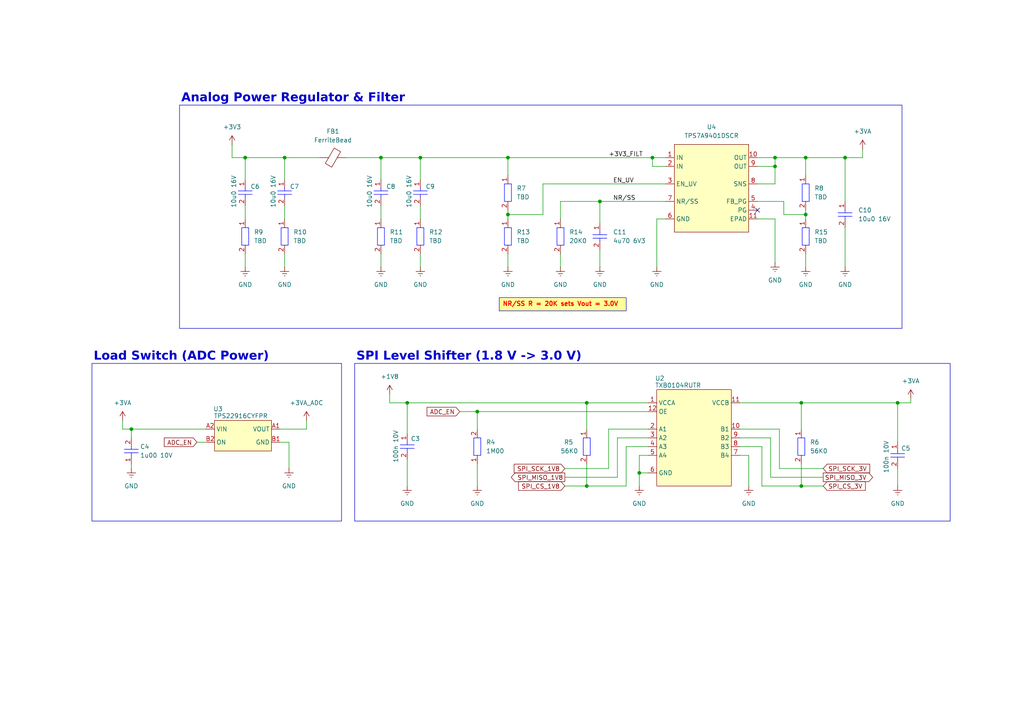
<source format=kicad_sch>
(kicad_sch (version 20231120) (generator "eeschema") (generator_version "8.0")
  (paper "A4")
  (lib_symbols
    (symbol "Device:FerriteBead" (pin_numbers hide) (pin_names (offset 0))
      (property "Reference" "FB" (at -3.81 0.635 90))
      (property "Value" "FerriteBead" (at 3.81 0 90))
      (symbol "FerriteBead_0_1"
        (polyline (pts (xy 0 -1.27) (xy 0 -1.2192)))
        (polyline (pts (xy 0 1.27) (xy 0 1.2954)))
        (polyline (pts (xy -2.7686 0.4064) (xy -1.7018 2.2606) (xy 2.7686 -0.3048) (xy 1.6764 -2.159) (xy -2.7686 0.4064)))
      )
      (symbol "FerriteBead_1_1"
        (pin passive line (at 0 3.81 270) (length 2.54) (name "~") (number "1"))
        (pin passive line (at 0 -3.81 90) (length 2.54) (name "~") (number "2"))
      )
    )
    (symbol "X-MODs_SchLib:C0402C105K8PACTU"
      (property "Reference" "C" (at -4.064 5.588 0))
      (property "Value" "1u00 10V" (at -4.064 3.302 0))
      (symbol "C0402C105K8PACTU_1_1"
        (polyline (pts (xy -1.27 0) (xy -0.508 0)) (stroke (width 0) (color 0 0 255 1)))
        (polyline (pts (xy -0.508 2.032) (xy -0.508 -2.032)) (stroke (width 0) (color 0 0 255 1)))
        (polyline (pts (xy 0.508 2.032) (xy 0.508 -2.032)) (stroke (width 0) (color 0 0 255 1)))
        (polyline (pts (xy 1.27 0) (xy 0.508 0)) (stroke (width 0) (color 0 0 255 1)))
        (pin passive line (at -3.81 0 0) (length 2.54) (name "") (number "1"))
        (pin passive line (at 3.81 0 180) (length 2.54) (name "") (number "2"))
      )
    )
    (symbol "X-MODs_SchLib:CRCW040220K0FKED"
      (property "Reference" "R" (at -4.064 5.588 0))
      (property "Value" "20K0" (at -4.064 3.302 0))
      (symbol "CRCW040220K0FKED_0_1"
        (rectangle (start -2.54 1.016) (end 2.54 -1.016) (stroke (width 0) (color 0 0 255 1)))
      )
      (symbol "CRCW040220K0FKED_1_1"
        (pin passive line (at -5.08 0 0) (length 2.54) (name "") (number "1"))
        (pin passive line (at 5.08 0 180) (length 2.54) (name "") (number "2"))
      )
    )
    (symbol "X-MODs_SchLib:ERJ-2GEJ563X"
      (property "Reference" "R" (at -4.064 5.588 0))
      (property "Value" "56K0" (at -4.064 3.302 0))
      (symbol "ERJ-2GEJ563X_0_1"
        (rectangle (start -2.54 1.016) (end 2.54 -1.016) (stroke (width 0) (color 0 0 255 1)))
      )
      (symbol "ERJ-2GEJ563X_1_1"
        (pin passive line (at -5.08 0 0) (length 2.54) (name "") (number "1"))
        (pin passive line (at 5.08 0 180) (length 2.54) (name "") (number "2"))
      )
    )
    (symbol "X-MODs_SchLib:GRM155R60G106ME01D"
      (property "Reference" "C" (at -4.064 5.588 0))
      (property "Value" "10u0 16V" (at -4.064 3.302 0))
      (symbol "GRM155R60G106ME01D_1_1"
        (polyline (pts (xy -1.27 0) (xy -0.508 0)) (stroke (width 0) (color 0 0 255 1)))
        (polyline (pts (xy -0.508 2.032) (xy -0.508 -2.032)) (stroke (width 0) (color 0 0 255 1)))
        (polyline (pts (xy 0.508 2.032) (xy 0.508 -2.032)) (stroke (width 0) (color 0 0 255 1)))
        (polyline (pts (xy 1.27 0) (xy 0.508 0)) (stroke (width 0) (color 0 0 255 1)))
        (pin passive line (at -3.81 0 0) (length 2.54) (name "") (number "1"))
        (pin passive line (at 3.81 0 180) (length 2.54) (name "") (number "2"))
      )
    )
    (symbol "X-MODs_SchLib:GRM155R71A104JA01D"
      (property "Reference" "C" (at -4.826 5.588 0))
      (property "Value" "100n 10V" (at -4.826 3.302 0))
      (symbol "GRM155R71A104JA01D_1_1"
        (polyline (pts (xy -1.27 0) (xy -0.508 0)) (stroke (width 0) (color 0 0 255 1)))
        (polyline (pts (xy -0.508 2.032) (xy -0.508 -2.032)) (stroke (width 0) (color 0 0 255 1)))
        (polyline (pts (xy 0.508 2.032) (xy 0.508 -2.032)) (stroke (width 0) (color 0 0 255 1)))
        (polyline (pts (xy 1.27 0) (xy 0.508 0)) (stroke (width 0) (color 0 0 255 1)))
        (pin passive line (at -3.81 0 0) (length 2.54) (name "") (number "1"))
        (pin passive line (at 3.81 0 180) (length 2.54) (name "") (number "2"))
      )
    )
    (symbol "X-MODs_SchLib:MSASJ105BB5475MFNA01"
      (property "Reference" "C" (at -4.064 5.588 0))
      (property "Value" "4u70 6V3" (at -4.064 3.302 0))
      (symbol "MSASJ105BB5475MFNA01_1_1"
        (polyline (pts (xy -1.27 0) (xy -0.508 0)) (stroke (width 0) (color 0 0 255 1)))
        (polyline (pts (xy -0.508 2.032) (xy -0.508 -2.032)) (stroke (width 0) (color 0 0 255 1)))
        (polyline (pts (xy 0.508 2.032) (xy 0.508 -2.032)) (stroke (width 0) (color 0 0 255 1)))
        (polyline (pts (xy 1.27 0) (xy 0.508 0)) (stroke (width 0) (color 0 0 255 1)))
        (pin passive line (at -3.81 0 0) (length 2.54) (name "") (number "1"))
        (pin passive line (at 3.81 0 180) (length 2.54) (name "") (number "2"))
      )
    )
    (symbol "X-MODs_SchLib:R"
      (property "Reference" "R" (at -4.064 5.588 0))
      (property "Value" "TBD" (at -4.064 3.302 0))
      (symbol "R_0_1"
        (rectangle (start -2.54 1.016) (end 2.54 -1.016) (stroke (width 0) (color 0 0 255 1)))
      )
      (symbol "R_1_1"
        (pin passive line (at -5.08 0 0) (length 2.54) (name "") (number "1"))
        (pin passive line (at 5.08 0 180) (length 2.54) (name "") (number "2"))
      )
    )
    (symbol "X-MODs_SchLib:RK73H1ERTTP1004F"
      (property "Reference" "R" (at -4.064 5.588 0))
      (property "Value" "1M00" (at -4.064 3.302 0))
      (symbol "RK73H1ERTTP1004F_0_1"
        (rectangle (start -2.54 1.016) (end 2.54 -1.016) (stroke (width 0) (color 0 0 255 1)))
      )
      (symbol "RK73H1ERTTP1004F_1_1"
        (pin passive line (at -5.08 0 0) (length 2.54) (name "") (number "1"))
        (pin passive line (at 5.08 0 180) (length 2.54) (name "") (number "2"))
      )
    )
    (symbol "X-MODs_SchLib:TPS22916CYFPR"
      (property "Reference" "U" (at -0.254 2.794 0))
      (property "Value" "TPS22916CYFPR" (at -0.254 1.016 0))
      (symbol "TPS22916CYFPR_0_1"
        (rectangle (start 0 0) (end 16.51 -8.89) (stroke (width 0) (color 128 0 0 1)) (fill (type background)))
      )
      (symbol "TPS22916CYFPR_1_1"
        (pin passive line (at 19.05 -2.54 180) (length 2.54) (name "VOUT") (number "A1"))
        (pin passive line (at -2.54 -2.54 0) (length 2.54) (name "VIN") (number "A2"))
        (pin passive line (at 19.05 -6.35 180) (length 2.54) (name "GND") (number "B1"))
        (pin passive line (at -2.54 -6.35 0) (length 2.54) (name "ON") (number "B2"))
      )
    )
    (symbol "X-MODs_SchLib:TPS7A9401DSCR "
      (property "Reference" "U" (at -0.254 2.794 0))
      (property "Value" "TPS7A9401DSCR " (at -0.254 1.016 0))
      (symbol "TPS7A9401DSCR _0_1"
        (rectangle (start 0 0) (end 21.59 -25.4) (stroke (width 0) (color 128 0 0 1)) (fill (type background)))
      )
      (symbol "TPS7A9401DSCR _1_1"
        (pin passive line (at -2.54 -3.81 0) (length 2.54) (name "IN") (number "1"))
        (pin passive line (at 24.13 -3.81 180) (length 2.54) (name "OUT") (number "10"))
        (pin passive line (at 24.13 -21.59 180) (length 2.54) (name "EPAD") (number "11"))
        (pin passive line (at -2.54 -6.35 0) (length 2.54) (name "IN") (number "2"))
        (pin passive line (at -2.54 -11.43 0) (length 2.54) (name "EN_UV") (number "3"))
        (pin passive line (at 24.13 -19.05 180) (length 2.54) (name "PG") (number "4"))
        (pin passive line (at 24.13 -16.51 180) (length 2.54) (name "FB_PG") (number "5"))
        (pin passive line (at -2.54 -21.59 0) (length 2.54) (name "GND") (number "6"))
        (pin passive line (at -2.54 -16.51 0) (length 2.54) (name "NR/SS") (number "7"))
        (pin passive line (at 24.13 -11.43 180) (length 2.54) (name "SNS") (number "8"))
        (pin passive line (at 24.13 -6.35 180) (length 2.54) (name "OUT") (number "9"))
      )
    )
    (symbol "X-MODs_SchLib:TXB0104RUTR"
      (property "Reference" "U" (at -0.254 2.794 0))
      (property "Value" "TXB0104RUTR" (at -0.254 1.016 0))
      (symbol "TXB0104RUTR_0_1"
        (rectangle (start 0 0) (end 21.59 -27.94) (stroke (width 0) (color 128 0 0 1)) (fill (type background)))
      )
      (symbol "TXB0104RUTR_1_1"
        (pin passive line (at -2.54 -3.81 0) (length 2.54) (name "VCCA") (number "1"))
        (pin passive line (at 24.13 -11.43 180) (length 2.54) (name "B1") (number "10"))
        (pin passive line (at 24.13 -3.81 180) (length 2.54) (name "VCCB") (number "11"))
        (pin passive line (at -2.54 -6.35 0) (length 2.54) (name "OE") (number "12"))
        (pin passive line (at -2.54 -11.43 0) (length 2.54) (name "A1") (number "2"))
        (pin passive line (at -2.54 -13.97 0) (length 2.54) (name "A2") (number "3"))
        (pin passive line (at -2.54 -16.51 0) (length 2.54) (name "A3") (number "4"))
        (pin passive line (at -2.54 -19.05 0) (length 2.54) (name "A4") (number "5"))
        (pin passive line (at -2.54 -24.13 0) (length 2.54) (name "GND") (number "6"))
        (pin passive line (at 24.13 -19.05 180) (length 2.54) (name "B4") (number "7"))
        (pin passive line (at 24.13 -16.51 180) (length 2.54) (name "B3") (number "8"))
        (pin passive line (at 24.13 -13.97 180) (length 2.54) (name "B2") (number "9"))
      )
    )
    (symbol "power:+3.3VA" (power) (pin_numbers hide) (pin_names (offset 0) hide)
      (property "Value" "+3.3VA" (at 0 3.556 0))
      (symbol "+3.3VA_0_1"
        (polyline (pts (xy -0.762 1.27) (xy 0 2.54)))
        (polyline (pts (xy 0 0) (xy 0 2.54)))
        (polyline (pts (xy 0 2.54) (xy 0.762 1.27)))
      )
      (symbol "+3.3VA_1_1"
        (pin power_in line (at 0 0 90) (length 0) (name "~") (number "1"))
      )
    )
    (symbol "power:Earth" (power) (pin_numbers hide) (pin_names (offset 0) hide)
      (property "Value" "Earth" (at 0 -3.81 0))
      (symbol "Earth_0_1"
        (polyline (pts (xy -0.635 -1.905) (xy 0.635 -1.905)))
        (polyline (pts (xy -0.127 -2.54) (xy 0.127 -2.54)))
        (polyline (pts (xy 0 -1.27) (xy 0 0)))
        (polyline (pts (xy 1.27 -1.27) (xy -1.27 -1.27)))
      )
      (symbol "Earth_1_1"
        (pin power_in line (at 0 0 270) (length 0) (name "~") (number "1"))
      )
    )
  )
  (junction (at 38.1 124.46))
  (junction (at 260.35 116.84))
  (junction (at 121.92 45.72))
  (junction (at 173.99 58.42))
  (junction (at 170.18 116.84))
  (junction (at 110.49 45.72))
  (junction (at 82.55 45.72))
  (junction (at 147.32 62.23))
  (junction (at 233.68 45.72))
  (junction (at 170.18 140.97))
  (junction (at 185.42 137.16))
  (junction (at 224.79 48.26))
  (junction (at 245.11 45.72))
  (junction (at 224.79 45.72))
  (junction (at 147.32 45.72))
  (junction (at 232.41 140.97))
  (junction (at 118.11 116.84))
  (junction (at 138.43 119.38))
  (junction (at 71.12 45.72))
  (junction (at 233.68 62.23))
  (junction (at 189.23 45.72))
  (junction (at 232.41 116.84))
  (no_connect (at 219.71 60.96))
  (wire (pts (xy 214.63 132.08) (xy 217.17 132.08)))
  (wire (pts (xy 219.71 45.72) (xy 224.79 45.72)))
  (wire (pts (xy 226.06 124.46) (xy 214.63 124.46)))
  (wire (pts (xy 193.04 48.26) (xy 189.23 48.26)))
  (wire (pts (xy 38.1 124.46) (xy 38.1 127)))
  (wire (pts (xy 67.31 41.91) (xy 67.31 45.72)))
  (wire (pts (xy 190.5 63.5) (xy 193.04 63.5)))
  (wire (pts (xy 220.98 129.54) (xy 214.63 129.54)))
  (wire (pts (xy 83.82 135.89) (xy 83.82 128.27)))
  (wire (pts (xy 219.71 63.5) (xy 224.79 63.5)))
  (wire (pts (xy 227.33 58.42) (xy 227.33 62.23)))
  (wire (pts (xy 226.06 135.89) (xy 226.06 124.46)))
  (wire (pts (xy 162.56 63.5) (xy 162.56 58.42)))
  (wire (pts (xy 219.71 53.34) (xy 224.79 53.34)))
  (wire (pts (xy 185.42 137.16) (xy 185.42 132.08)))
  (wire (pts (xy 189.23 48.26) (xy 189.23 45.72)))
  (wire (pts (xy 170.18 140.97) (xy 181.61 140.97)))
  (wire (pts (xy 219.71 58.42) (xy 227.33 58.42)))
  (wire (pts (xy 224.79 53.34) (xy 224.79 48.26)))
  (wire (pts (xy 233.68 45.72) (xy 245.11 45.72)))
  (wire (pts (xy 71.12 73.66) (xy 71.12 77.47)))
  (wire (pts (xy 35.56 121.92) (xy 35.56 124.46)))
  (wire (pts (xy 162.56 73.66) (xy 162.56 77.47)))
  (wire (pts (xy 176.53 135.89) (xy 176.53 124.46)))
  (wire (pts (xy 82.55 73.66) (xy 82.55 77.47)))
  (wire (pts (xy 223.52 127) (xy 214.63 127)))
  (wire (pts (xy 226.06 135.89) (xy 238.76 135.89)))
  (wire (pts (xy 157.48 53.34) (xy 193.04 53.34)))
  (wire (pts (xy 157.48 62.23) (xy 147.32 62.23)))
  (wire (pts (xy 227.33 62.23) (xy 233.68 62.23)))
  (wire (pts (xy 88.9 121.92) (xy 88.9 124.46)))
  (wire (pts (xy 121.92 73.66) (xy 121.92 77.47)))
  (wire (pts (xy 176.53 124.46) (xy 187.96 124.46)))
  (wire (pts (xy 214.63 116.84) (xy 232.41 116.84)))
  (wire (pts (xy 181.61 129.54) (xy 187.96 129.54)))
  (wire (pts (xy 173.99 72.39) (xy 173.99 77.47)))
  (wire (pts (xy 224.79 45.72) (xy 233.68 45.72)))
  (wire (pts (xy 260.35 135.89) (xy 260.35 140.97)))
  (wire (pts (xy 163.83 138.43) (xy 179.07 138.43)))
  (wire (pts (xy 224.79 45.72) (xy 224.79 48.26)))
  (wire (pts (xy 147.32 45.72) (xy 189.23 45.72)))
  (wire (pts (xy 233.68 50.8) (xy 233.68 45.72)))
  (wire (pts (xy 250.19 43.18) (xy 250.19 45.72)))
  (wire (pts (xy 110.49 45.72) (xy 121.92 45.72)))
  (wire (pts (xy 147.32 62.23) (xy 147.32 63.5)))
  (wire (pts (xy 260.35 116.84) (xy 260.35 128.27)))
  (wire (pts (xy 147.32 50.8) (xy 147.32 45.72)))
  (wire (pts (xy 113.03 116.84) (xy 118.11 116.84)))
  (wire (pts (xy 121.92 45.72) (xy 121.92 52.07)))
  (wire (pts (xy 147.32 73.66) (xy 147.32 77.47)))
  (wire (pts (xy 147.32 60.96) (xy 147.32 62.23)))
  (wire (pts (xy 118.11 133.35) (xy 118.11 140.97)))
  (wire (pts (xy 121.92 59.69) (xy 121.92 63.5)))
  (wire (pts (xy 57.15 128.27) (xy 59.69 128.27)))
  (wire (pts (xy 185.42 137.16) (xy 185.42 140.97)))
  (wire (pts (xy 82.55 59.69) (xy 82.55 63.5)))
  (wire (pts (xy 170.18 134.62) (xy 170.18 140.97)))
  (wire (pts (xy 224.79 63.5) (xy 224.79 76.2)))
  (wire (pts (xy 118.11 116.84) (xy 118.11 125.73)))
  (wire (pts (xy 138.43 134.62) (xy 138.43 140.97)))
  (wire (pts (xy 223.52 138.43) (xy 223.52 127)))
  (wire (pts (xy 110.49 59.69) (xy 110.49 63.5)))
  (wire (pts (xy 245.11 77.47) (xy 245.11 66.04)))
  (wire (pts (xy 232.41 116.84) (xy 232.41 124.46)))
  (wire (pts (xy 220.98 140.97) (xy 232.41 140.97)))
  (wire (pts (xy 193.04 45.72) (xy 189.23 45.72)))
  (wire (pts (xy 260.35 116.84) (xy 264.16 116.84)))
  (wire (pts (xy 82.55 45.72) (xy 92.71 45.72)))
  (wire (pts (xy 121.92 45.72) (xy 147.32 45.72)))
  (wire (pts (xy 233.68 62.23) (xy 233.68 63.5)))
  (wire (pts (xy 224.79 48.26) (xy 219.71 48.26)))
  (wire (pts (xy 82.55 45.72) (xy 71.12 45.72)))
  (wire (pts (xy 185.42 137.16) (xy 187.96 137.16)))
  (wire (pts (xy 250.19 45.72) (xy 245.11 45.72)))
  (wire (pts (xy 233.68 60.96) (xy 233.68 62.23)))
  (wire (pts (xy 232.41 140.97) (xy 238.76 140.97)))
  (wire (pts (xy 71.12 45.72) (xy 71.12 52.07)))
  (wire (pts (xy 264.16 115.57) (xy 264.16 116.84)))
  (wire (pts (xy 220.98 140.97) (xy 220.98 129.54)))
  (wire (pts (xy 217.17 132.08) (xy 217.17 140.97)))
  (wire (pts (xy 170.18 116.84) (xy 187.96 116.84)))
  (wire (pts (xy 82.55 45.72) (xy 82.55 52.07)))
  (wire (pts (xy 88.9 124.46) (xy 81.28 124.46)))
  (wire (pts (xy 173.99 58.42) (xy 173.99 64.77)))
  (wire (pts (xy 138.43 119.38) (xy 138.43 124.46)))
  (wire (pts (xy 110.49 45.72) (xy 110.49 52.07)))
  (wire (pts (xy 163.83 140.97) (xy 170.18 140.97)))
  (wire (pts (xy 233.68 73.66) (xy 233.68 77.47)))
  (wire (pts (xy 179.07 138.43) (xy 179.07 127)))
  (wire (pts (xy 71.12 59.69) (xy 71.12 63.5)))
  (wire (pts (xy 179.07 127) (xy 187.96 127)))
  (wire (pts (xy 162.56 58.42) (xy 173.99 58.42)))
  (wire (pts (xy 100.33 45.72) (xy 110.49 45.72)))
  (wire (pts (xy 232.41 116.84) (xy 260.35 116.84)))
  (wire (pts (xy 223.52 138.43) (xy 238.76 138.43)))
  (wire (pts (xy 118.11 116.84) (xy 170.18 116.84)))
  (wire (pts (xy 138.43 119.38) (xy 133.35 119.38)))
  (wire (pts (xy 83.82 128.27) (xy 81.28 128.27)))
  (wire (pts (xy 163.83 135.89) (xy 176.53 135.89)))
  (wire (pts (xy 185.42 132.08) (xy 187.96 132.08)))
  (wire (pts (xy 38.1 124.46) (xy 59.69 124.46)))
  (wire (pts (xy 35.56 124.46) (xy 38.1 124.46)))
  (wire (pts (xy 190.5 63.5) (xy 190.5 77.47)))
  (wire (pts (xy 71.12 45.72) (xy 67.31 45.72)))
  (wire (pts (xy 157.48 53.34) (xy 157.48 62.23)))
  (wire (pts (xy 38.1 134.62) (xy 38.1 135.89)))
  (wire (pts (xy 170.18 116.84) (xy 170.18 124.46)))
  (wire (pts (xy 245.11 58.42) (xy 245.11 45.72)))
  (wire (pts (xy 181.61 140.97) (xy 181.61 129.54)))
  (wire (pts (xy 232.41 134.62) (xy 232.41 140.97)))
  (wire (pts (xy 138.43 119.38) (xy 187.96 119.38)))
  (wire (pts (xy 173.99 58.42) (xy 193.04 58.42)))
  (wire (pts (xy 113.03 114.3) (xy 113.03 116.84)))
  (wire (pts (xy 110.49 73.66) (xy 110.49 77.47)))
  (rectangle (start 52.07 30.48) (end 261.62 95.25))
  (rectangle (start 102.87 105.41) (end 275.59 151.13))
  (rectangle (start 26.67 105.41) (end 99.06 151.13))
  (text_box "NR/SS R = 20K sets Vout = 3.0V" (at 144.78 86.36 0) (size 36.83 3.81) (fill (type color) (color 255 255 150 1)) (effects (font (size 1.27 1.27) (thickness 0.254) (bold yes)) (justify left top)))
  (text "Load Switch (ADC Power)" (at 27.178 104.14 0) (effects (font (size 2.54 2.54) (thickness 0.254) (bold yes) (italic yes)) (justify left)))
  (text "Analog Power Regulator & Filter" (at 52.578 29.21 0) (effects (font (size 2.54 2.54) (thickness 0.254) (bold yes) (italic yes)) (justify left)))
  (text "SPI Level Shifter (1.8 V -> 3.0 V)" (at 103.378 104.14 0) (effects (font (size 2.54 2.54) (thickness 0.254) (bold yes) (italic yes)) (justify left)))
  (label "+3V3_FILT" (at 176.53 45.72 0))
  (label "NR{slash}SS" (at 177.8 58.42 0))
  (label "EN_UV" (at 177.8 53.34 0))
  (global_label "SPI_MISO_1V8" (shape output) (at 163.83 138.43 180) (property "Intersheetrefs" "${INTERSHEET_REFS}" (effects (hide yes))))
  (global_label "SPI_SCK_1V8" (shape input) (at 163.83 135.89 180) (property "Intersheetrefs" "${INTERSHEET_REFS}" (effects (hide yes))))
  (global_label "SPI_MISO_3V" (shape output) (at 238.76 138.43 0) (property "Intersheetrefs" "${INTERSHEET_REFS}" (effects (hide yes))))
  (global_label "SPI_CS_1V8" (shape input) (at 163.83 140.97 180) (property "Intersheetrefs" "${INTERSHEET_REFS}" (effects (hide yes))))
  (global_label "SPI_CS_3V" (shape input) (at 238.76 140.97 0) (property "Intersheetrefs" "${INTERSHEET_REFS}" (effects (hide yes))))
  (global_label "ADC_EN" (shape input) (at 133.35 119.38 180) (property "Intersheetrefs" "${INTERSHEET_REFS}" (effects (hide yes))))
  (global_label "SPI_SCK_3V" (shape input) (at 238.76 135.89 0) (property "Intersheetrefs" "${INTERSHEET_REFS}" (effects (hide yes))))
  (global_label "ADC_EN" (shape input) (at 57.15 128.27 180) (property "Intersheetrefs" "${INTERSHEET_REFS}" (effects (hide yes))))
  (symbol (lib_id "power:Earth") (at 173.99 77.47 0) (unit 1)
    (property "Reference" "#PWR026" (effects (hide yes)))
    (property "Value" "GND" (at 173.99 82.55 0))
    (property "Description" "Power symbol creates a global label with name \"Earth\"" (effects (hide yes)))
  )
  (symbol (lib_id "X-MODs_SchLib:TPS22916CYFPR") (at 62.23 121.92 0) (unit 1)
    (property "Reference" "U3" (at 63.246 118.618 0))
    (property "Value" "TPS22916CYFPR" (at 69.85 120.65 0))
    (property "Footprint" "X-MODs_PcbLib:DSBGA-4_0.74x0.74mm" (effects (hide yes)))
    (property "Datasheet" "https://www.ti.com/lit/gpn/tps22916" (effects (hide yes)))
    (property "Description" "Power Switch ICs - Power Distribution 5.5-V, 2-A, 60-mohm, 10-nA leakage load switch with output discharge 4-DSBGA -40 to 85" (effects (hide yes)))
  )
  (symbol (lib_id "X-MODs_SchLib:GRM155R60G106ME01D") (at 245.11 62.23 270) (unit 1)
    (property "Reference" "C10" (at 248.92 60.9599 90) (effects (justify left)))
    (property "Value" "10u0 16V" (at 248.92 63.4999 90) (effects (justify left)))
    (property "Footprint" "X-MODs_PcbLib:C0402" (effects (hide yes)))
    (property "Datasheet" "https://www.mouser.es/datasheet/2/281/1/GRM155R60G106ME01_01A-1983785.pdf" (effects (hide yes)))
    (property "Description" "Multilayer Ceramic Capacitors MLCC - SMD/SMT 10 uF 4 VDC 20% 0402 X5R" (effects (hide yes)))
  )
  (symbol (lib_id "X-MODs_SchLib:TXB0104RUTR") (at 190.5 113.03 0) (unit 1)
    (property "Reference" "U2" (at 189.992 109.728 0) (effects (justify left)))
    (property "Value" "TXB0104RUTR" (at 189.992 111.76 0) (effects (justify left)))
    (property "Footprint" "X-MODs_PcbLib:UQFN-12_1.7x2mm" (effects (hide yes)))
    (property "Datasheet" "https://www.ti.com/lit/gpn/txb0104" (effects (hide yes)))
    (property "Description" "Translation - Voltage Levels 4B Bidir Vltg-Level Translator" (effects (hide yes)))
  )
  (symbol (lib_id "power:Earth") (at 118.11 140.97 0) (unit 1)
    (property "Reference" "#PWR012" (effects (hide yes)))
    (property "Value" "GND" (at 118.11 146.05 0))
    (property "Description" "Power symbol creates a global label with name \"Earth\"" (effects (hide yes)))
  )
  (symbol (lib_id "power:Earth") (at 147.32 77.47 0) (unit 1)
    (property "Reference" "#PWR024" (effects (hide yes)))
    (property "Value" "GND" (at 147.32 82.55 0))
    (property "Description" "Power symbol creates a global label with name \"Earth\"" (effects (hide yes)))
  )
  (symbol (lib_id "X-MODs_SchLib:MSASJ105BB5475MFNA01") (at 173.99 68.58 270) (unit 1)
    (property "Reference" "C11" (at 177.8 67.3099 90) (effects (justify left)))
    (property "Value" "4u70 6V3" (at 177.8 69.8499 90) (effects (justify left)))
    (property "Footprint" "X-MODs_PcbLib:C0402" (effects (hide yes)))
    (property "Datasheet" "https://www.mouser.es/datasheet/2/396/Tayio_Yuden_1102023_MS_mlcc_all_e-3081579.pdf" (effects (hide yes)))
    (property "Description" "Multilayer Ceramic Capacitors MLCC - SMD/SMT 6.3V 4.7uF X5R 0402 20%" (effects (hide yes)))
  )
  (symbol (lib_id "X-MODs_SchLib:GRM155R60G106ME01D") (at 110.49 55.88 270) (unit 1)
    (property "Reference" "C8" (at 112.014 54.102 90) (effects (justify left)))
    (property "Value" "10u0 16V" (at 107.188 50.8 0) (effects (justify left)))
    (property "Footprint" "X-MODs_PcbLib:C0402" (effects (hide yes)))
    (property "Datasheet" "https://www.mouser.es/datasheet/2/281/1/GRM155R60G106ME01_01A-1983785.pdf" (effects (hide yes)))
    (property "Description" "Multilayer Ceramic Capacitors MLCC - SMD/SMT 10 uF 4 VDC 20% 0402 X5R" (effects (hide yes)))
  )
  (symbol (lib_id "X-MODs_SchLib:TPS7A9401DSCR ") (at 195.58 41.91 0) (unit 1)
    (property "Reference" "U4" (at 206.375 36.83 0))
    (property "Value" "TPS7A9401DSCR" (at 206.375 39.37 0))
    (property "Footprint" "X-MODs_PcbLib:WSON-10-3.15x3.15mm" (effects (hide yes)))
    (property "Datasheet" "https://www.ti.com/lit/gpn/tps7a94" (effects (hide yes)))
    (property "Description" "LDO Voltage Regulators 1-A, ultra-low noise, ultra-high PSRR, RF voltage regulator 10-WSON -40 to 125" (effects (hide yes)))
  )
  (symbol (lib_id "X-MODs_SchLib:R") (at 121.92 68.58 270) (unit 1)
    (property "Reference" "R12" (at 124.46 67.3099 90) (effects (justify left)))
    (property "Value" "TBD" (at 124.46 69.8499 90) (effects (justify left)))
    (property "Footprint" "X-MODs_PcbLib:R0402" (effects (hide yes)))
  )
  (symbol (lib_id "X-MODs_SchLib:R") (at 82.55 68.58 270) (unit 1)
    (property "Reference" "R10" (at 85.09 67.3099 90) (effects (justify left)))
    (property "Value" "TBD" (at 85.09 69.8499 90) (effects (justify left)))
    (property "Footprint" "X-MODs_PcbLib:R0402" (effects (hide yes)))
  )
  (symbol (lib_id "power:Earth") (at 83.82 135.89 0) (unit 1)
    (property "Reference" "#PWR011" (effects (hide yes)))
    (property "Value" "GND" (at 83.82 140.97 0))
    (property "Description" "Power symbol creates a global label with name \"Earth\"" (effects (hide yes)))
  )
  (symbol (lib_id "power:Earth") (at 224.79 76.2 0) (unit 1)
    (property "Reference" "#PWR019" (effects (hide yes)))
    (property "Value" "GND" (at 224.79 81.28 0))
    (property "Description" "Power symbol creates a global label with name \"Earth\"" (effects (hide yes)))
  )
  (symbol (lib_id "power:Earth") (at 190.5 77.47 0) (unit 1)
    (property "Reference" "#PWR027" (effects (hide yes)))
    (property "Value" "GND" (at 190.5 82.55 0))
    (property "Description" "Power symbol creates a global label with name \"Earth\"" (effects (hide yes)))
  )
  (symbol (lib_id "power:Earth") (at 82.55 77.47 0) (unit 1)
    (property "Reference" "#PWR021" (effects (hide yes)))
    (property "Value" "GND" (at 82.55 82.55 0))
    (property "Description" "Power symbol creates a global label with name \"Earth\"" (effects (hide yes)))
  )
  (symbol (lib_id "power:Earth") (at 71.12 77.47 0) (unit 1)
    (property "Reference" "#PWR020" (effects (hide yes)))
    (property "Value" "GND" (at 71.12 82.55 0))
    (property "Description" "Power symbol creates a global label with name \"Earth\"" (effects (hide yes)))
  )
  (symbol (lib_id "X-MODs_SchLib:GRM155R60G106ME01D") (at 82.55 55.88 270) (unit 1)
    (property "Reference" "C7" (at 84.074 54.102 90) (effects (justify left)))
    (property "Value" "10u0 16V" (at 79.248 50.8 0) (effects (justify left)))
    (property "Footprint" "X-MODs_PcbLib:C0402" (effects (hide yes)))
    (property "Datasheet" "https://www.mouser.es/datasheet/2/281/1/GRM155R60G106ME01_01A-1983785.pdf" (effects (hide yes)))
    (property "Description" "Multilayer Ceramic Capacitors MLCC - SMD/SMT 10 uF 4 VDC 20% 0402 X5R" (effects (hide yes)))
  )
  (symbol (lib_id "X-MODs_SchLib:GRM155R60G106ME01D") (at 71.12 55.88 270) (unit 1)
    (property "Reference" "C6" (at 72.644 54.102 90) (effects (justify left)))
    (property "Value" "10u0 16V" (at 67.818 50.8 0) (effects (justify left)))
    (property "Footprint" "X-MODs_PcbLib:C0402" (effects (hide yes)))
    (property "Datasheet" "https://www.mouser.es/datasheet/2/281/1/GRM155R60G106ME01_01A-1983785.pdf" (effects (hide yes)))
    (property "Description" "Multilayer Ceramic Capacitors MLCC - SMD/SMT 10 uF 4 VDC 20% 0402 X5R" (effects (hide yes)))
  )
  (symbol (lib_id "X-MODs_SchLib:C0402C105K8PACTU") (at 38.1 130.81 90) (unit 1)
    (property "Reference" "C4" (at 40.64 129.54 90) (effects (justify right)))
    (property "Value" "1u00 10V" (at 40.64 132.08 90) (effects (justify right)))
    (property "Footprint" "X-MODs_PcbLib:C0402" (effects (hide yes)))
    (property "Datasheet" "https://www.mouser.es/datasheet/2/447/KEM_C1006_X5R_SMD-3316465.pdf" (effects (hide yes)))
    (property "Description" "Multilayer Ceramic Capacitors MLCC - SMD/SMT 10V 1uF X5R 0402 10%" (effects (hide yes)))
  )
  (symbol (lib_id "X-MODs_SchLib:GRM155R71A104JA01D") (at 260.35 132.08 270) (unit 1)
    (property "Reference" "C5" (at 261.366 130.048 90) (effects (justify left)))
    (property "Value" "100n 10V" (at 257.048 127.762 0) (effects (justify left)))
    (property "Footprint" "X-MODs_PcbLib:C0402" (effects (hide yes)))
    (property "Datasheet" "https://www.mouser.es/datasheet/2/281/1/GRM155R71A104JA01_01A-1984196.pdf" (effects (hide yes)))
    (property "Description" "Multilayer Ceramic Capacitors MLCC - SMD/SMT 0.1 uF 10 VDC 5% 0402 X7R" (effects (hide yes)))
  )
  (symbol (lib_id "X-MODs_SchLib:R") (at 110.49 68.58 270) (unit 1)
    (property "Reference" "R11" (at 113.03 67.3099 90) (effects (justify left)))
    (property "Value" "TBD" (at 113.03 69.8499 90) (effects (justify left)))
    (property "Footprint" "X-MODs_PcbLib:R0402" (effects (hide yes)))
  )
  (symbol (lib_id "power:+3.3VA") (at 35.56 121.92 0) (unit 1)
    (property "Reference" "#PWR08" (effects (hide yes)))
    (property "Value" "+3VA" (at 35.56 116.84 0))
    (property "Description" "Power symbol creates a global label with name \"+3.3VA\"" (effects (hide yes)))
  )
  (symbol (lib_id "X-MODs_SchLib:RK73H1ERTTP1004F") (at 138.43 129.54 90) (unit 1)
    (property "Reference" "R4" (at 140.97 128.2699 90) (effects (justify right)))
    (property "Value" "1M00" (at 140.97 130.8099 90) (effects (justify right)))
    (property "Footprint" "X-MODs_PcbLib:R0402" (effects (hide yes)))
    (property "Datasheet" "https://www.koaspeer.com/pdfs/RK73-RT.pdf" (effects (hide yes)))
    (property "Description" "Thick Film Resistors 1M ohm 1% 0.1W AEC-Q" (effects (hide yes)))
  )
  (symbol (lib_id "X-MODs_SchLib:R") (at 233.68 68.58 270) (unit 1)
    (property "Reference" "R15" (at 236.22 67.3099 90) (effects (justify left)))
    (property "Value" "TBD" (at 236.22 69.8499 90) (effects (justify left)))
    (property "Footprint" "X-MODs_PcbLib:R0402" (effects (hide yes)))
  )
  (symbol (lib_id "power:Earth") (at 38.1 135.89 0) (unit 1)
    (property "Reference" "#PWR010" (effects (hide yes)))
    (property "Value" "GND" (at 38.1 140.97 0))
    (property "Description" "Power symbol creates a global label with name \"Earth\"" (effects (hide yes)))
  )
  (symbol (lib_id "power:Earth") (at 245.11 77.47 0) (unit 1)
    (property "Reference" "#PWR029" (effects (hide yes)))
    (property "Value" "GND" (at 245.11 82.55 0))
    (property "Description" "Power symbol creates a global label with name \"Earth\"" (effects (hide yes)))
  )
  (symbol (lib_id "power:Earth") (at 185.42 140.97 0) (unit 1)
    (property "Reference" "#PWR014" (effects (hide yes)))
    (property "Value" "GND" (at 185.42 146.05 0))
    (property "Description" "Power symbol creates a global label with name \"Earth\"" (effects (hide yes)))
  )
  (symbol (lib_id "power:Earth") (at 217.17 140.97 0) (unit 1)
    (property "Reference" "#PWR015" (effects (hide yes)))
    (property "Value" "GND" (at 217.17 146.05 0))
    (property "Description" "Power symbol creates a global label with name \"Earth\"" (effects (hide yes)))
  )
  (symbol (lib_id "power:Earth") (at 110.49 77.47 0) (unit 1)
    (property "Reference" "#PWR022" (effects (hide yes)))
    (property "Value" "GND" (at 110.49 82.55 0))
    (property "Description" "Power symbol creates a global label with name \"Earth\"" (effects (hide yes)))
  )
  (symbol (lib_id "X-MODs_SchLib:GRM155R60G106ME01D") (at 121.92 55.88 270) (unit 1)
    (property "Reference" "C9" (at 123.444 54.102 90) (effects (justify left)))
    (property "Value" "10u0 16V" (at 118.618 50.8 0) (effects (justify left)))
    (property "Footprint" "X-MODs_PcbLib:C0402" (effects (hide yes)))
    (property "Datasheet" "https://www.mouser.es/datasheet/2/281/1/GRM155R60G106ME01_01A-1983785.pdf" (effects (hide yes)))
    (property "Description" "Multilayer Ceramic Capacitors MLCC - SMD/SMT 10 uF 4 VDC 20% 0402 X5R" (effects (hide yes)))
  )
  (symbol (lib_id "X-MODs_SchLib:CRCW040220K0FKED") (at 162.56 68.58 270) (unit 1)
    (property "Reference" "R14" (at 165.1 67.3099 90) (effects (justify left)))
    (property "Value" "20K0" (at 165.1 69.8499 90) (effects (justify left)))
    (property "Footprint" "X-MODs_PcbLib:R0402" (effects (hide yes)))
    (property "Datasheet" "https://www.vishay.com/docs/20035/dcrcwe3.pdf" (effects (hide yes)))
    (property "Description" "Thick Film Resistors 1/16watt 20Kohms 1%" (effects (hide yes)))
  )
  (symbol (lib_id "X-MODs_SchLib:ERJ-2GEJ563X") (at 170.18 129.54 270) (unit 1)
    (property "Reference" "R5" (at 163.576 128.27 90) (effects (justify left)))
    (property "Value" "56K0" (at 162.56 130.81 90) (effects (justify left)))
    (property "Footprint" "X-MODs_PcbLib:R0402" (effects (hide yes)))
    (property "Datasheet" "https://www.mouser.es/datasheet/2/315/AOA0000C301-1488782.pdf" (effects (hide yes)))
    (property "Description" "Thick Film Resistors 0402 56Kohms 5% AEC-Q200" (effects (hide yes)))
  )
  (symbol (lib_id "power:Earth") (at 260.35 140.97 0) (unit 1)
    (property "Reference" "#PWR016" (effects (hide yes)))
    (property "Value" "GND" (at 260.35 146.05 0))
    (property "Description" "Power symbol creates a global label with name \"Earth\"" (effects (hide yes)))
  )
  (symbol (lib_id "X-MODs_SchLib:R") (at 71.12 68.58 270) (unit 1)
    (property "Reference" "R9" (at 73.66 67.3099 90) (effects (justify left)))
    (property "Value" "TBD" (at 73.66 69.8499 90) (effects (justify left)))
    (property "Footprint" "X-MODs_PcbLib:R0402" (effects (hide yes)))
  )
  (symbol (lib_id "power:Earth") (at 121.92 77.47 0) (unit 1)
    (property "Reference" "#PWR023" (effects (hide yes)))
    (property "Value" "GND" (at 121.92 82.55 0))
    (property "Description" "Power symbol creates a global label with name \"Earth\"" (effects (hide yes)))
  )
  (symbol (lib_id "X-MODs_SchLib:R") (at 147.32 68.58 270) (unit 1)
    (property "Reference" "R13" (at 149.86 67.3099 90) (effects (justify left)))
    (property "Value" "TBD" (at 149.86 69.8499 90) (effects (justify left)))
    (property "Footprint" "X-MODs_PcbLib:R0402" (effects (hide yes)))
  )
  (symbol (lib_id "X-MODs_SchLib:GRM155R71A104JA01D") (at 118.11 129.54 270) (unit 1)
    (property "Reference" "C3" (at 119.126 127.254 90) (effects (justify left)))
    (property "Value" "100n 10V" (at 114.808 124.714 0) (effects (justify left)))
    (property "Footprint" "X-MODs_PcbLib:C0402" (effects (hide yes)))
    (property "Datasheet" "https://www.mouser.es/datasheet/2/281/1/GRM155R71A104JA01_01A-1984196.pdf" (effects (hide yes)))
    (property "Description" "Multilayer Ceramic Capacitors MLCC - SMD/SMT 0.1 uF 10 VDC 5% 0402 X7R" (effects (hide yes)))
  )
  (symbol (lib_id "X-MODs_SchLib:R") (at 147.32 55.88 270) (unit 1)
    (property "Reference" "R7" (at 149.86 54.6099 90) (effects (justify left)))
    (property "Value" "TBD" (at 149.86 57.1499 90) (effects (justify left)))
    (property "Footprint" "X-MODs_PcbLib:R0402" (effects (hide yes)))
  )
  (symbol (lib_id "power:Earth") (at 233.68 77.47 0) (unit 1)
    (property "Reference" "#PWR028" (effects (hide yes)))
    (property "Value" "GND" (at 233.68 82.55 0))
    (property "Description" "Power symbol creates a global label with name \"Earth\"" (effects (hide yes)))
  )
  (symbol (lib_id "power:+3.3VA") (at 264.16 115.57 0) (unit 1)
    (property "Reference" "#PWR07" (effects (hide yes)))
    (property "Value" "+3VA" (at 264.16 110.49 0))
    (property "Description" "Power symbol creates a global label with name \"+3.3VA\"" (effects (hide yes)))
  )
  (symbol (lib_id "power:+3.3VA") (at 88.9 121.92 0) (unit 1)
    (property "Reference" "#PWR09" (effects (hide yes)))
    (property "Value" "+3VA_ADC" (at 88.9 116.84 0))
    (property "Description" "Power symbol creates a global label with name \"+3.3VA\"" (effects (hide yes)))
  )
  (symbol (lib_id "Device:FerriteBead") (at 96.52 45.72 270) (unit 1)
    (property "Reference" "FB1" (at 96.5708 38.1 90))
    (property "Value" "FerriteBead" (at 96.5708 40.64 90))
    (property "Footprint" "X-MODs_PcbLib:L0402" (effects (hide yes)))
    (property "Description" "Ferrite bead" (effects (hide yes)))
  )
  (symbol (lib_id "power:+3.3VA") (at 250.19 43.18 0) (unit 1)
    (property "Reference" "#PWR018" (effects (hide yes)))
    (property "Value" "+3VA" (at 250.19 38.1 0))
    (property "Description" "Power symbol creates a global label with name \"+3.3VA\"" (effects (hide yes)))
  )
  (symbol (lib_id "power:+3.3VA") (at 67.31 41.91 0) (unit 1)
    (property "Reference" "#PWR017" (effects (hide yes)))
    (property "Value" "+3V3" (at 67.31 36.83 0))
    (property "Description" "Power symbol creates a global label with name \"+3.3VA\"" (effects (hide yes)))
  )
  (symbol (lib_id "X-MODs_SchLib:R") (at 233.68 55.88 270) (unit 1)
    (property "Reference" "R8" (at 236.22 54.6099 90) (effects (justify left)))
    (property "Value" "TBD" (at 236.22 57.1499 90) (effects (justify left)))
    (property "Footprint" "X-MODs_PcbLib:R0402" (effects (hide yes)))
  )
  (symbol (lib_id "X-MODs_SchLib:ERJ-2GEJ563X") (at 232.41 129.54 270) (unit 1)
    (property "Reference" "R6" (at 234.95 128.2699 90) (effects (justify left)))
    (property "Value" "56K0" (at 234.95 130.8099 90) (effects (justify left)))
    (property "Footprint" "X-MODs_PcbLib:R0402" (effects (hide yes)))
    (property "Datasheet" "https://www.mouser.es/datasheet/2/315/AOA0000C301-1488782.pdf" (effects (hide yes)))
    (property "Description" "Thick Film Resistors 0402 56Kohms 5% AEC-Q200" (effects (hide yes)))
  )
  (symbol (lib_id "power:Earth") (at 162.56 77.47 0) (unit 1)
    (property "Reference" "#PWR025" (effects (hide yes)))
    (property "Value" "GND" (at 162.56 82.55 0))
    (property "Description" "Power symbol creates a global label with name \"Earth\"" (effects (hide yes)))
  )
  (symbol (lib_id "power:Earth") (at 138.43 140.97 0) (unit 1)
    (property "Reference" "#PWR013" (effects (hide yes)))
    (property "Value" "GND" (at 138.43 146.05 0))
    (property "Description" "Power symbol creates a global label with name \"Earth\"" (effects (hide yes)))
  )
  (symbol (lib_id "power:+3.3VA") (at 113.03 114.3 0) (unit 1)
    (property "Reference" "#PWR06" (effects (hide yes)))
    (property "Value" "+1V8" (at 113.03 109.22 0))
    (property "Description" "Power symbol creates a global label with name \"+3.3VA\"" (effects (hide yes)))
  )
)
</source>
